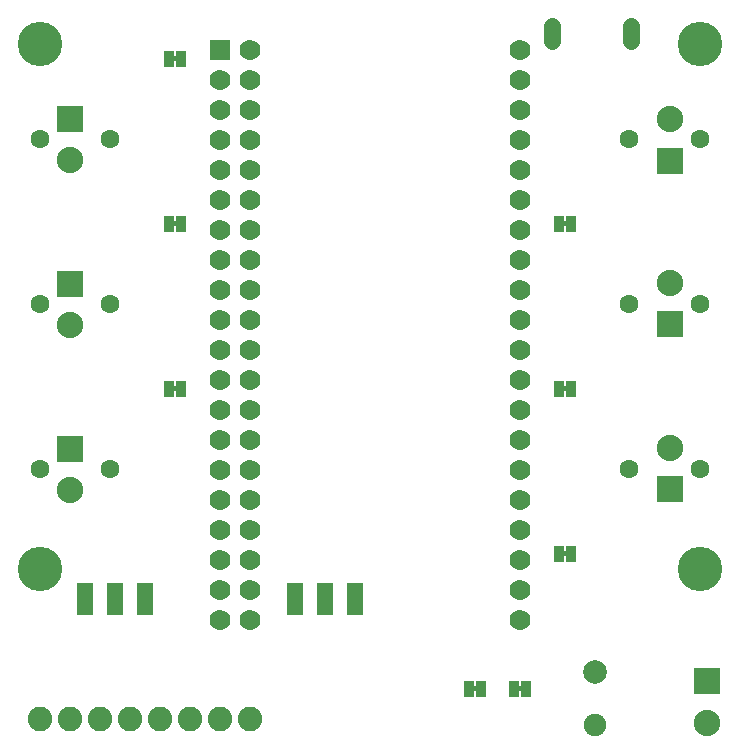
<source format=gbr>
G04 EAGLE Gerber RS-274X export*
G75*
%MOMM*%
%FSLAX34Y34*%
%LPD*%
%INSoldermask Bottom*%
%IPPOS*%
%AMOC8*
5,1,8,0,0,1.08239X$1,22.5*%
G01*
%ADD10C,2.082800*%
%ADD11R,0.838200X1.473200*%
%ADD12C,1.603200*%
%ADD13R,1.763200X1.763200*%
%ADD14C,1.763200*%
%ADD15R,1.473200X2.743200*%
%ADD16C,1.903200*%
%ADD17C,2.003200*%
%ADD18R,2.235200X2.235200*%
%ADD19C,2.235200*%
%ADD20C,1.453200*%
%ADD21C,3.759200*%

G36*
X141670Y582307D02*
X141670Y582307D01*
X141736Y582309D01*
X141779Y582327D01*
X141826Y582335D01*
X141883Y582369D01*
X141943Y582394D01*
X141978Y582425D01*
X142019Y582450D01*
X142061Y582501D01*
X142109Y582545D01*
X142131Y582587D01*
X142160Y582624D01*
X142181Y582686D01*
X142212Y582745D01*
X142220Y582799D01*
X142232Y582836D01*
X142231Y582876D01*
X142239Y582930D01*
X142239Y585470D01*
X142228Y585535D01*
X142226Y585601D01*
X142208Y585644D01*
X142200Y585691D01*
X142166Y585748D01*
X142141Y585808D01*
X142110Y585843D01*
X142085Y585884D01*
X142034Y585926D01*
X141990Y585974D01*
X141948Y585996D01*
X141911Y586025D01*
X141849Y586046D01*
X141790Y586077D01*
X141736Y586085D01*
X141699Y586097D01*
X141659Y586096D01*
X141605Y586104D01*
X137795Y586104D01*
X137730Y586093D01*
X137664Y586091D01*
X137621Y586073D01*
X137574Y586065D01*
X137517Y586031D01*
X137457Y586006D01*
X137422Y585975D01*
X137381Y585950D01*
X137340Y585899D01*
X137291Y585855D01*
X137269Y585813D01*
X137240Y585776D01*
X137219Y585714D01*
X137188Y585655D01*
X137180Y585601D01*
X137168Y585564D01*
X137168Y585561D01*
X137169Y585524D01*
X137161Y585470D01*
X137161Y582930D01*
X137172Y582865D01*
X137174Y582799D01*
X137192Y582756D01*
X137200Y582709D01*
X137234Y582652D01*
X137259Y582592D01*
X137290Y582557D01*
X137315Y582516D01*
X137366Y582475D01*
X137410Y582426D01*
X137452Y582404D01*
X137489Y582375D01*
X137551Y582354D01*
X137610Y582323D01*
X137664Y582315D01*
X137701Y582303D01*
X137741Y582304D01*
X137795Y582296D01*
X141605Y582296D01*
X141670Y582307D01*
G37*
G36*
X471870Y442607D02*
X471870Y442607D01*
X471936Y442609D01*
X471979Y442627D01*
X472026Y442635D01*
X472083Y442669D01*
X472143Y442694D01*
X472178Y442725D01*
X472219Y442750D01*
X472261Y442801D01*
X472309Y442845D01*
X472331Y442887D01*
X472360Y442924D01*
X472381Y442986D01*
X472412Y443045D01*
X472420Y443099D01*
X472432Y443136D01*
X472431Y443176D01*
X472439Y443230D01*
X472439Y445770D01*
X472428Y445835D01*
X472426Y445901D01*
X472408Y445944D01*
X472400Y445991D01*
X472366Y446048D01*
X472341Y446108D01*
X472310Y446143D01*
X472285Y446184D01*
X472234Y446226D01*
X472190Y446274D01*
X472148Y446296D01*
X472111Y446325D01*
X472049Y446346D01*
X471990Y446377D01*
X471936Y446385D01*
X471899Y446397D01*
X471859Y446396D01*
X471805Y446404D01*
X467995Y446404D01*
X467930Y446393D01*
X467864Y446391D01*
X467821Y446373D01*
X467774Y446365D01*
X467717Y446331D01*
X467657Y446306D01*
X467622Y446275D01*
X467581Y446250D01*
X467540Y446199D01*
X467491Y446155D01*
X467469Y446113D01*
X467440Y446076D01*
X467419Y446014D01*
X467388Y445955D01*
X467380Y445901D01*
X467368Y445864D01*
X467368Y445861D01*
X467369Y445824D01*
X467361Y445770D01*
X467361Y443230D01*
X467372Y443165D01*
X467374Y443099D01*
X467392Y443056D01*
X467400Y443009D01*
X467434Y442952D01*
X467459Y442892D01*
X467490Y442857D01*
X467515Y442816D01*
X467566Y442775D01*
X467610Y442726D01*
X467652Y442704D01*
X467689Y442675D01*
X467751Y442654D01*
X467810Y442623D01*
X467864Y442615D01*
X467901Y442603D01*
X467941Y442604D01*
X467995Y442596D01*
X471805Y442596D01*
X471870Y442607D01*
G37*
G36*
X141670Y442607D02*
X141670Y442607D01*
X141736Y442609D01*
X141779Y442627D01*
X141826Y442635D01*
X141883Y442669D01*
X141943Y442694D01*
X141978Y442725D01*
X142019Y442750D01*
X142061Y442801D01*
X142109Y442845D01*
X142131Y442887D01*
X142160Y442924D01*
X142181Y442986D01*
X142212Y443045D01*
X142220Y443099D01*
X142232Y443136D01*
X142231Y443176D01*
X142239Y443230D01*
X142239Y445770D01*
X142228Y445835D01*
X142226Y445901D01*
X142208Y445944D01*
X142200Y445991D01*
X142166Y446048D01*
X142141Y446108D01*
X142110Y446143D01*
X142085Y446184D01*
X142034Y446226D01*
X141990Y446274D01*
X141948Y446296D01*
X141911Y446325D01*
X141849Y446346D01*
X141790Y446377D01*
X141736Y446385D01*
X141699Y446397D01*
X141659Y446396D01*
X141605Y446404D01*
X137795Y446404D01*
X137730Y446393D01*
X137664Y446391D01*
X137621Y446373D01*
X137574Y446365D01*
X137517Y446331D01*
X137457Y446306D01*
X137422Y446275D01*
X137381Y446250D01*
X137340Y446199D01*
X137291Y446155D01*
X137269Y446113D01*
X137240Y446076D01*
X137219Y446014D01*
X137188Y445955D01*
X137180Y445901D01*
X137168Y445864D01*
X137168Y445861D01*
X137169Y445824D01*
X137161Y445770D01*
X137161Y443230D01*
X137172Y443165D01*
X137174Y443099D01*
X137192Y443056D01*
X137200Y443009D01*
X137234Y442952D01*
X137259Y442892D01*
X137290Y442857D01*
X137315Y442816D01*
X137366Y442775D01*
X137410Y442726D01*
X137452Y442704D01*
X137489Y442675D01*
X137551Y442654D01*
X137610Y442623D01*
X137664Y442615D01*
X137701Y442603D01*
X137741Y442604D01*
X137795Y442596D01*
X141605Y442596D01*
X141670Y442607D01*
G37*
G36*
X141670Y302907D02*
X141670Y302907D01*
X141736Y302909D01*
X141779Y302927D01*
X141826Y302935D01*
X141883Y302969D01*
X141943Y302994D01*
X141978Y303025D01*
X142019Y303050D01*
X142061Y303101D01*
X142109Y303145D01*
X142131Y303187D01*
X142160Y303224D01*
X142181Y303286D01*
X142212Y303345D01*
X142220Y303399D01*
X142232Y303436D01*
X142231Y303476D01*
X142239Y303530D01*
X142239Y306070D01*
X142228Y306135D01*
X142226Y306201D01*
X142208Y306244D01*
X142200Y306291D01*
X142166Y306348D01*
X142141Y306408D01*
X142110Y306443D01*
X142085Y306484D01*
X142034Y306526D01*
X141990Y306574D01*
X141948Y306596D01*
X141911Y306625D01*
X141849Y306646D01*
X141790Y306677D01*
X141736Y306685D01*
X141699Y306697D01*
X141659Y306696D01*
X141605Y306704D01*
X137795Y306704D01*
X137730Y306693D01*
X137664Y306691D01*
X137621Y306673D01*
X137574Y306665D01*
X137517Y306631D01*
X137457Y306606D01*
X137422Y306575D01*
X137381Y306550D01*
X137340Y306499D01*
X137291Y306455D01*
X137269Y306413D01*
X137240Y306376D01*
X137219Y306314D01*
X137188Y306255D01*
X137180Y306201D01*
X137168Y306164D01*
X137168Y306161D01*
X137169Y306124D01*
X137161Y306070D01*
X137161Y303530D01*
X137172Y303465D01*
X137174Y303399D01*
X137192Y303356D01*
X137200Y303309D01*
X137234Y303252D01*
X137259Y303192D01*
X137290Y303157D01*
X137315Y303116D01*
X137366Y303075D01*
X137410Y303026D01*
X137452Y303004D01*
X137489Y302975D01*
X137551Y302954D01*
X137610Y302923D01*
X137664Y302915D01*
X137701Y302903D01*
X137741Y302904D01*
X137795Y302896D01*
X141605Y302896D01*
X141670Y302907D01*
G37*
G36*
X471870Y302907D02*
X471870Y302907D01*
X471936Y302909D01*
X471979Y302927D01*
X472026Y302935D01*
X472083Y302969D01*
X472143Y302994D01*
X472178Y303025D01*
X472219Y303050D01*
X472261Y303101D01*
X472309Y303145D01*
X472331Y303187D01*
X472360Y303224D01*
X472381Y303286D01*
X472412Y303345D01*
X472420Y303399D01*
X472432Y303436D01*
X472431Y303476D01*
X472439Y303530D01*
X472439Y306070D01*
X472428Y306135D01*
X472426Y306201D01*
X472408Y306244D01*
X472400Y306291D01*
X472366Y306348D01*
X472341Y306408D01*
X472310Y306443D01*
X472285Y306484D01*
X472234Y306526D01*
X472190Y306574D01*
X472148Y306596D01*
X472111Y306625D01*
X472049Y306646D01*
X471990Y306677D01*
X471936Y306685D01*
X471899Y306697D01*
X471859Y306696D01*
X471805Y306704D01*
X467995Y306704D01*
X467930Y306693D01*
X467864Y306691D01*
X467821Y306673D01*
X467774Y306665D01*
X467717Y306631D01*
X467657Y306606D01*
X467622Y306575D01*
X467581Y306550D01*
X467540Y306499D01*
X467491Y306455D01*
X467469Y306413D01*
X467440Y306376D01*
X467419Y306314D01*
X467388Y306255D01*
X467380Y306201D01*
X467368Y306164D01*
X467368Y306161D01*
X467369Y306124D01*
X467361Y306070D01*
X467361Y303530D01*
X467372Y303465D01*
X467374Y303399D01*
X467392Y303356D01*
X467400Y303309D01*
X467434Y303252D01*
X467459Y303192D01*
X467490Y303157D01*
X467515Y303116D01*
X467566Y303075D01*
X467610Y303026D01*
X467652Y303004D01*
X467689Y302975D01*
X467751Y302954D01*
X467810Y302923D01*
X467864Y302915D01*
X467901Y302903D01*
X467941Y302904D01*
X467995Y302896D01*
X471805Y302896D01*
X471870Y302907D01*
G37*
G36*
X471870Y163207D02*
X471870Y163207D01*
X471936Y163209D01*
X471979Y163227D01*
X472026Y163235D01*
X472083Y163269D01*
X472143Y163294D01*
X472178Y163325D01*
X472219Y163350D01*
X472261Y163401D01*
X472309Y163445D01*
X472331Y163487D01*
X472360Y163524D01*
X472381Y163586D01*
X472412Y163645D01*
X472420Y163699D01*
X472432Y163736D01*
X472431Y163776D01*
X472439Y163830D01*
X472439Y166370D01*
X472428Y166435D01*
X472426Y166501D01*
X472408Y166544D01*
X472400Y166591D01*
X472366Y166648D01*
X472341Y166708D01*
X472310Y166743D01*
X472285Y166784D01*
X472234Y166826D01*
X472190Y166874D01*
X472148Y166896D01*
X472111Y166925D01*
X472049Y166946D01*
X471990Y166977D01*
X471936Y166985D01*
X471899Y166997D01*
X471859Y166996D01*
X471805Y167004D01*
X467995Y167004D01*
X467930Y166993D01*
X467864Y166991D01*
X467821Y166973D01*
X467774Y166965D01*
X467717Y166931D01*
X467657Y166906D01*
X467622Y166875D01*
X467581Y166850D01*
X467540Y166799D01*
X467491Y166755D01*
X467469Y166713D01*
X467440Y166676D01*
X467419Y166614D01*
X467388Y166555D01*
X467380Y166501D01*
X467368Y166464D01*
X467368Y166461D01*
X467369Y166424D01*
X467361Y166370D01*
X467361Y163830D01*
X467372Y163765D01*
X467374Y163699D01*
X467392Y163656D01*
X467400Y163609D01*
X467434Y163552D01*
X467459Y163492D01*
X467490Y163457D01*
X467515Y163416D01*
X467566Y163375D01*
X467610Y163326D01*
X467652Y163304D01*
X467689Y163275D01*
X467751Y163254D01*
X467810Y163223D01*
X467864Y163215D01*
X467901Y163203D01*
X467941Y163204D01*
X467995Y163196D01*
X471805Y163196D01*
X471870Y163207D01*
G37*
G36*
X433770Y48907D02*
X433770Y48907D01*
X433836Y48909D01*
X433879Y48927D01*
X433926Y48935D01*
X433983Y48969D01*
X434043Y48994D01*
X434078Y49025D01*
X434119Y49050D01*
X434161Y49101D01*
X434209Y49145D01*
X434231Y49187D01*
X434260Y49224D01*
X434281Y49286D01*
X434312Y49345D01*
X434320Y49399D01*
X434332Y49436D01*
X434331Y49476D01*
X434339Y49530D01*
X434339Y52070D01*
X434328Y52135D01*
X434326Y52201D01*
X434308Y52244D01*
X434300Y52291D01*
X434266Y52348D01*
X434241Y52408D01*
X434210Y52443D01*
X434185Y52484D01*
X434134Y52526D01*
X434090Y52574D01*
X434048Y52596D01*
X434011Y52625D01*
X433949Y52646D01*
X433890Y52677D01*
X433836Y52685D01*
X433799Y52697D01*
X433759Y52696D01*
X433705Y52704D01*
X429895Y52704D01*
X429830Y52693D01*
X429764Y52691D01*
X429721Y52673D01*
X429674Y52665D01*
X429617Y52631D01*
X429557Y52606D01*
X429522Y52575D01*
X429481Y52550D01*
X429440Y52499D01*
X429391Y52455D01*
X429369Y52413D01*
X429340Y52376D01*
X429319Y52314D01*
X429288Y52255D01*
X429280Y52201D01*
X429268Y52164D01*
X429268Y52161D01*
X429269Y52124D01*
X429261Y52070D01*
X429261Y49530D01*
X429272Y49465D01*
X429274Y49399D01*
X429292Y49356D01*
X429300Y49309D01*
X429334Y49252D01*
X429359Y49192D01*
X429390Y49157D01*
X429415Y49116D01*
X429466Y49075D01*
X429510Y49026D01*
X429552Y49004D01*
X429589Y48975D01*
X429651Y48954D01*
X429710Y48923D01*
X429764Y48915D01*
X429801Y48903D01*
X429841Y48904D01*
X429895Y48896D01*
X433705Y48896D01*
X433770Y48907D01*
G37*
G36*
X395670Y48907D02*
X395670Y48907D01*
X395736Y48909D01*
X395779Y48927D01*
X395826Y48935D01*
X395883Y48969D01*
X395943Y48994D01*
X395978Y49025D01*
X396019Y49050D01*
X396061Y49101D01*
X396109Y49145D01*
X396131Y49187D01*
X396160Y49224D01*
X396181Y49286D01*
X396212Y49345D01*
X396220Y49399D01*
X396232Y49436D01*
X396231Y49476D01*
X396239Y49530D01*
X396239Y52070D01*
X396228Y52135D01*
X396226Y52201D01*
X396208Y52244D01*
X396200Y52291D01*
X396166Y52348D01*
X396141Y52408D01*
X396110Y52443D01*
X396085Y52484D01*
X396034Y52526D01*
X395990Y52574D01*
X395948Y52596D01*
X395911Y52625D01*
X395849Y52646D01*
X395790Y52677D01*
X395736Y52685D01*
X395699Y52697D01*
X395659Y52696D01*
X395605Y52704D01*
X391795Y52704D01*
X391730Y52693D01*
X391664Y52691D01*
X391621Y52673D01*
X391574Y52665D01*
X391517Y52631D01*
X391457Y52606D01*
X391422Y52575D01*
X391381Y52550D01*
X391340Y52499D01*
X391291Y52455D01*
X391269Y52413D01*
X391240Y52376D01*
X391219Y52314D01*
X391188Y52255D01*
X391180Y52201D01*
X391168Y52164D01*
X391168Y52161D01*
X391169Y52124D01*
X391161Y52070D01*
X391161Y49530D01*
X391172Y49465D01*
X391174Y49399D01*
X391192Y49356D01*
X391200Y49309D01*
X391234Y49252D01*
X391259Y49192D01*
X391290Y49157D01*
X391315Y49116D01*
X391366Y49075D01*
X391410Y49026D01*
X391452Y49004D01*
X391489Y48975D01*
X391551Y48954D01*
X391610Y48923D01*
X391664Y48915D01*
X391701Y48903D01*
X391741Y48904D01*
X391795Y48896D01*
X395605Y48896D01*
X395670Y48907D01*
G37*
D10*
X101600Y25400D03*
X76200Y25400D03*
X50800Y25400D03*
X25400Y25400D03*
D11*
X144780Y444500D03*
X134620Y444500D03*
X144780Y584200D03*
X134620Y584200D03*
D12*
X25158Y516128D03*
X85158Y516128D03*
X25158Y376555D03*
X85158Y376555D03*
D13*
X177800Y591300D03*
D14*
X177800Y565900D03*
X177800Y134100D03*
X177800Y540500D03*
X177800Y515100D03*
X177800Y489700D03*
X177800Y464300D03*
X177800Y438900D03*
X177800Y413500D03*
X177800Y388100D03*
X177800Y362700D03*
X177800Y337300D03*
X177800Y311900D03*
X177800Y286500D03*
X177800Y261100D03*
X177800Y235700D03*
X177800Y210300D03*
X177800Y184900D03*
X177800Y159500D03*
X431800Y591300D03*
X431800Y565900D03*
X431800Y540500D03*
X431800Y515100D03*
X431800Y489700D03*
X431800Y464300D03*
X431800Y438900D03*
X431800Y413500D03*
X431800Y388100D03*
X431800Y362700D03*
X431800Y337300D03*
X431800Y311900D03*
X431800Y286500D03*
X431800Y261100D03*
X431800Y235700D03*
X431800Y210300D03*
X431800Y184900D03*
X431800Y159500D03*
X431800Y134100D03*
X203200Y591312D03*
X203200Y565912D03*
X203200Y540512D03*
X203200Y515112D03*
X203200Y489712D03*
X203200Y464312D03*
X203200Y438912D03*
X203200Y413512D03*
X203200Y388112D03*
X203200Y362712D03*
X203200Y337312D03*
X203200Y311912D03*
X203200Y286512D03*
X203200Y261112D03*
X203200Y235712D03*
X203200Y210312D03*
X203200Y184912D03*
X203200Y159512D03*
X203200Y134112D03*
D11*
X144780Y304800D03*
X134620Y304800D03*
D12*
X25158Y236982D03*
X85158Y236982D03*
D15*
X114300Y127000D03*
X88900Y127000D03*
X63500Y127000D03*
D10*
X203200Y25400D03*
X177800Y25400D03*
X152400Y25400D03*
X127000Y25400D03*
D11*
X464820Y304800D03*
X474980Y304800D03*
X464820Y165100D03*
X474980Y165100D03*
D12*
X584442Y236982D03*
X524442Y236982D03*
X584442Y376555D03*
X524442Y376555D03*
D11*
X464820Y444500D03*
X474980Y444500D03*
D12*
X584442Y516128D03*
X524442Y516128D03*
D15*
X292100Y127000D03*
X266700Y127000D03*
X241300Y127000D03*
D16*
X495150Y20280D03*
D17*
X495150Y65280D03*
D11*
X388620Y50800D03*
X398780Y50800D03*
D18*
X558800Y497840D03*
D19*
X558800Y532840D03*
D18*
X558800Y359410D03*
D19*
X558800Y394410D03*
D18*
X558800Y219710D03*
D19*
X558800Y254710D03*
D18*
X50800Y533400D03*
D19*
X50800Y498400D03*
D18*
X50800Y393700D03*
D19*
X50800Y358700D03*
D18*
X50800Y254000D03*
D19*
X50800Y219000D03*
D11*
X436880Y50800D03*
X426720Y50800D03*
D14*
X177800Y108712D03*
D18*
X590550Y57150D03*
D19*
X590550Y22150D03*
D14*
X203200Y108712D03*
X431800Y108712D03*
D20*
X526256Y599492D02*
X526256Y611992D01*
X458756Y611992D02*
X458756Y599492D01*
D21*
X25400Y596900D03*
X584200Y596900D03*
X25400Y152400D03*
X584200Y152400D03*
M02*

</source>
